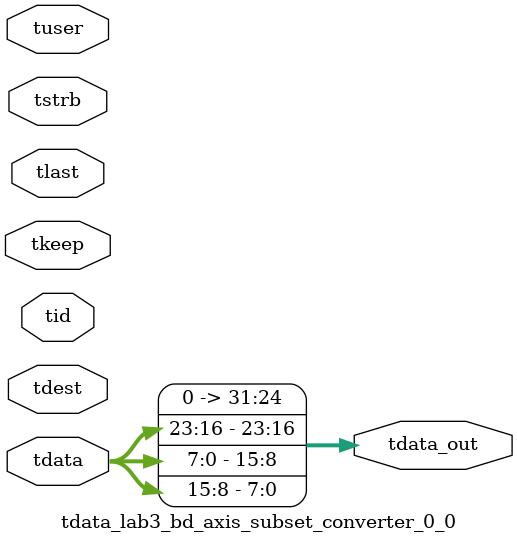
<source format=v>


`timescale 1ps/1ps

module tdata_lab3_bd_axis_subset_converter_0_0 #
(
parameter C_S_AXIS_TDATA_WIDTH = 32,
parameter C_S_AXIS_TUSER_WIDTH = 0,
parameter C_S_AXIS_TID_WIDTH   = 0,
parameter C_S_AXIS_TDEST_WIDTH = 0,
parameter C_M_AXIS_TDATA_WIDTH = 32
)
(
input  [(C_S_AXIS_TDATA_WIDTH == 0 ? 1 : C_S_AXIS_TDATA_WIDTH)-1:0     ] tdata,
input  [(C_S_AXIS_TUSER_WIDTH == 0 ? 1 : C_S_AXIS_TUSER_WIDTH)-1:0     ] tuser,
input  [(C_S_AXIS_TID_WIDTH   == 0 ? 1 : C_S_AXIS_TID_WIDTH)-1:0       ] tid,
input  [(C_S_AXIS_TDEST_WIDTH == 0 ? 1 : C_S_AXIS_TDEST_WIDTH)-1:0     ] tdest,
input  [(C_S_AXIS_TDATA_WIDTH/8)-1:0 ] tkeep,
input  [(C_S_AXIS_TDATA_WIDTH/8)-1:0 ] tstrb,
input                                                                    tlast,
output [C_M_AXIS_TDATA_WIDTH-1:0] tdata_out
);

assign tdata_out = {tdata[23:16],tdata[7:0],tdata[15:8]};

endmodule


</source>
